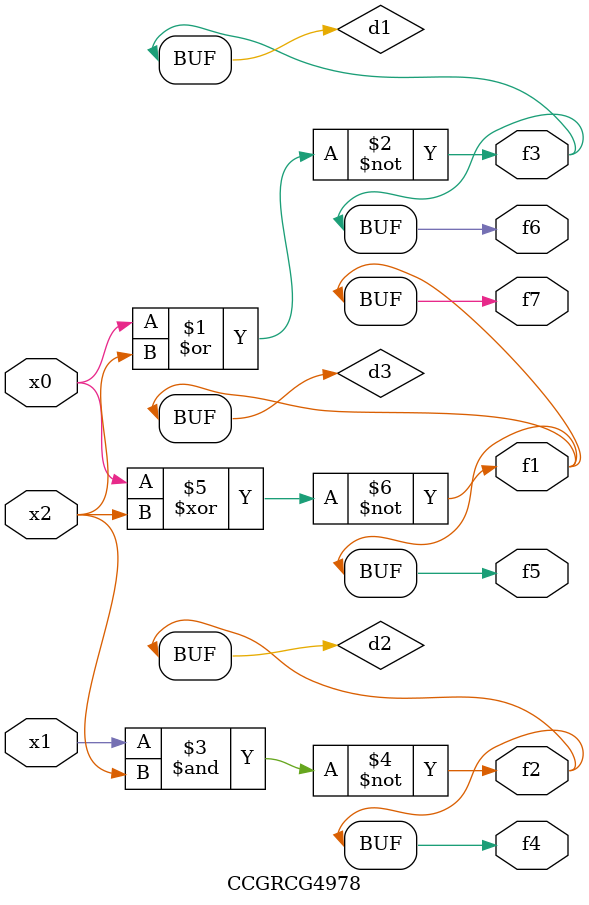
<source format=v>
module CCGRCG4978(
	input x0, x1, x2,
	output f1, f2, f3, f4, f5, f6, f7
);

	wire d1, d2, d3;

	nor (d1, x0, x2);
	nand (d2, x1, x2);
	xnor (d3, x0, x2);
	assign f1 = d3;
	assign f2 = d2;
	assign f3 = d1;
	assign f4 = d2;
	assign f5 = d3;
	assign f6 = d1;
	assign f7 = d3;
endmodule

</source>
